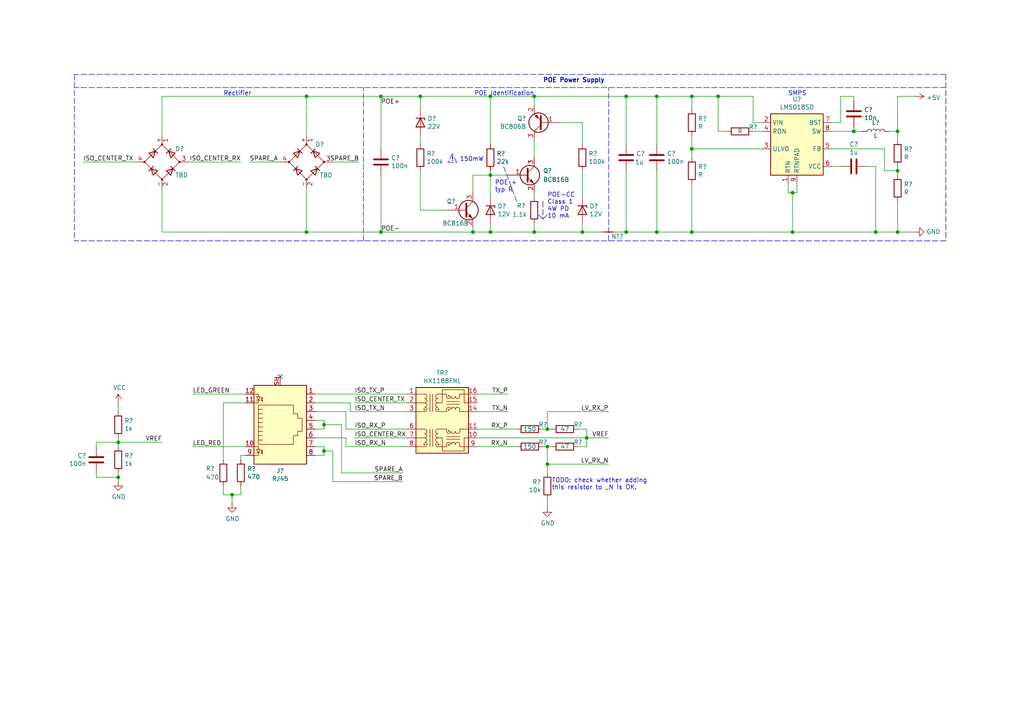
<source format=kicad_sch>
(kicad_sch (version 20211123) (generator eeschema)
  (paper "A4")
  (lib_symbols
    (symbol "Connector:RJ45_LED_Shielded" (pin_names (offset 1.016))
      (property "Reference" "J" (at -5.08 13.97 0))
      (property "Value" "RJ45_LED_Shielded" (at 1.27 13.97 0))
      (symbol "RJ45_LED_Shielded_0_1"
        (polyline (pts (xy -7.62 -7.62) (xy -6.35 -7.62)))
        (polyline (pts (xy -7.62 -5.08) (xy -6.35 -5.08)))
        (polyline (pts (xy -7.62 7.62) (xy -6.35 7.62)))
        (polyline (pts (xy -7.62 10.16) (xy -6.35 10.16)))
        (polyline (pts (xy -6.858 -5.842) (xy -5.842 -5.842)))
        (polyline (pts (xy -6.858 9.398) (xy -5.842 9.398)))
        (polyline (pts (xy -6.35 -7.62) (xy -6.35 -6.858)))
        (polyline (pts (xy -6.35 -5.08) (xy -6.35 -5.842)))
        (polyline (pts (xy -6.35 7.62) (xy -6.35 8.382)))
        (polyline (pts (xy -6.35 10.16) (xy -6.35 9.398)))
        (polyline (pts (xy -5.08 -6.223) (xy -5.207 -6.604)))
        (polyline (pts (xy -5.08 -5.588) (xy -5.207 -5.969)))
        (polyline (pts (xy -5.08 4.445) (xy -6.35 4.445)))
        (polyline (pts (xy -5.08 5.715) (xy -6.35 5.715)))
        (polyline (pts (xy -5.08 9.017) (xy -5.207 8.636)))
        (polyline (pts (xy -5.08 9.652) (xy -5.207 9.271)))
        (polyline (pts (xy -6.35 -3.175) (xy -5.08 -3.175) (xy -5.08 -3.175)))
        (polyline (pts (xy -6.35 -1.905) (xy -5.08 -1.905) (xy -5.08 -1.905)))
        (polyline (pts (xy -6.35 -0.635) (xy -5.08 -0.635) (xy -5.08 -0.635)))
        (polyline (pts (xy -6.35 0.635) (xy -5.08 0.635) (xy -5.08 0.635)))
        (polyline (pts (xy -6.35 1.905) (xy -5.08 1.905) (xy -5.08 1.905)))
        (polyline (pts (xy -5.588 -6.731) (xy -5.08 -6.223) (xy -5.461 -6.35)))
        (polyline (pts (xy -5.588 -6.096) (xy -5.08 -5.588) (xy -5.461 -5.715)))
        (polyline (pts (xy -5.588 8.509) (xy -5.08 9.017) (xy -5.461 8.89)))
        (polyline (pts (xy -5.588 9.144) (xy -5.08 9.652) (xy -5.461 9.525)))
        (polyline (pts (xy -5.08 3.175) (xy -6.35 3.175) (xy -6.35 3.175)))
        (polyline (pts (xy -6.35 -5.842) (xy -6.858 -6.858) (xy -5.842 -6.858) (xy -6.35 -5.842)))
        (polyline (pts (xy -6.35 9.398) (xy -6.858 8.382) (xy -5.842 8.382) (xy -6.35 9.398)))
        (polyline (pts (xy -6.35 -4.445) (xy -6.35 6.985) (xy 3.81 6.985) (xy 3.81 4.445) (xy 5.08 4.445) (xy 5.08 3.175) (xy 6.35 3.175) (xy 6.35 -0.635) (xy 5.08 -0.635) (xy 5.08 -1.905) (xy 3.81 -1.905) (xy 3.81 -4.445) (xy -6.35 -4.445) (xy -6.35 -4.445)))
        (rectangle (start 7.62 12.7) (end -7.62 -10.16) (stroke (width 0.254)) (fill (type background)))
      )
      (symbol "RJ45_LED_Shielded_1_1"
        (pin passive line (at 10.16 -7.62 180) (length 2.54) (name "~") (number "1"))
        (pin passive line (at -10.16 7.62 0) (length 2.54) (name "~") (number "10"))
        (pin passive line (at -10.16 -5.08 0) (length 2.54) (name "~") (number "11"))
        (pin passive line (at -10.16 -7.62 0) (length 2.54) (name "~") (number "12"))
        (pin passive line (at 10.16 -5.08 180) (length 2.54) (name "~") (number "2"))
        (pin passive line (at 10.16 -2.54 180) (length 2.54) (name "~") (number "3"))
        (pin passive line (at 10.16 0 180) (length 2.54) (name "~") (number "4"))
        (pin passive line (at 10.16 2.54 180) (length 2.54) (name "~") (number "5"))
        (pin passive line (at 10.16 5.08 180) (length 2.54) (name "~") (number "6"))
        (pin passive line (at 10.16 7.62 180) (length 2.54) (name "~") (number "7"))
        (pin passive line (at 10.16 10.16 180) (length 2.54) (name "~") (number "8"))
        (pin passive line (at -10.16 10.16 0) (length 2.54) (name "~") (number "9"))
        (pin passive line (at 0 -12.7 90) (length 2.54) (name "~") (number "SH"))
      )
    )
    (symbol "Device:C" (pin_numbers hide) (pin_names (offset 0.254))
      (property "Reference" "C" (at 0.635 2.54 0))
      (property "Value" "C" (at 0.635 -2.54 0))
      (symbol "C_0_1"
        (polyline (pts (xy -2.032 -0.762) (xy 2.032 -0.762)) (stroke (width 0.508)))
        (polyline (pts (xy -2.032 0.762) (xy 2.032 0.762)) (stroke (width 0.508)))
      )
      (symbol "C_1_1"
        (pin passive line (at 0 3.81 270) (length 2.794) (name "~") (number "1"))
        (pin passive line (at 0 -3.81 90) (length 2.794) (name "~") (number "2"))
      )
    )
    (symbol "Device:D_Bridge_+-AA" (pin_names (offset 0))
      (property "Reference" "D" (at 2.54 6.985 0))
      (property "Value" "D_Bridge_+-AA" (at 2.54 5.08 0))
      (symbol "D_Bridge_+-AA_0_1"
        (circle (center -5.08 0) (radius 0.254) (fill (type outline)))
        (circle (center 0 -5.08) (radius 0.254) (fill (type outline)))
        (polyline (pts (xy -2.54 3.81) (xy -1.27 2.54)) (stroke (width 0.254)))
        (polyline (pts (xy -1.27 -2.54) (xy -2.54 -3.81)) (stroke (width 0.254)))
        (polyline (pts (xy 2.54 -1.27) (xy 3.81 -2.54)) (stroke (width 0.254)))
        (polyline (pts (xy 2.54 1.27) (xy 3.81 2.54)) (stroke (width 0.254)))
        (polyline (pts (xy -3.81 2.54) (xy -2.54 1.27) (xy -1.905 3.175) (xy -3.81 2.54)) (stroke (width 0.254)))
        (polyline (pts (xy -2.54 -1.27) (xy -3.81 -2.54) (xy -1.905 -3.175) (xy -2.54 -1.27)) (stroke (width 0.254)))
        (polyline (pts (xy 1.27 2.54) (xy 2.54 3.81) (xy 3.175 1.905) (xy 1.27 2.54)) (stroke (width 0.254)))
        (polyline (pts (xy 3.175 -1.905) (xy 1.27 -2.54) (xy 2.54 -3.81) (xy 3.175 -1.905)) (stroke (width 0.254)))
        (polyline (pts (xy -5.08 0) (xy 0 -5.08) (xy 5.08 0) (xy 0 5.08) (xy -5.08 0)))
        (circle (center 0 5.08) (radius 0.254) (fill (type outline)))
        (circle (center 5.08 0) (radius 0.254) (fill (type outline)))
      )
      (symbol "D_Bridge_+-AA_1_1"
        (pin passive line (at 7.62 0 180) (length 2.54) (name "+") (number "1"))
        (pin passive line (at -7.62 0 0) (length 2.54) (name "-") (number "2"))
        (pin passive line (at 0 7.62 270) (length 2.54) (name "~") (number "3"))
        (pin passive line (at 0 -7.62 90) (length 2.54) (name "~") (number "4"))
      )
    )
    (symbol "Device:D_Zener" (pin_numbers hide) (pin_names (offset 1.016) hide)
      (property "Reference" "D" (at 0 2.54 0))
      (property "Value" "D_Zener" (at 0 -2.54 0))
      (symbol "D_Zener_0_1"
        (polyline (pts (xy 1.27 0) (xy -1.27 0)))
        (polyline (pts (xy -1.27 -1.27) (xy -1.27 1.27) (xy -0.762 1.27)) (stroke (width 0.254)))
        (polyline (pts (xy 1.27 -1.27) (xy 1.27 1.27) (xy -1.27 0) (xy 1.27 -1.27)) (stroke (width 0.254)))
      )
      (symbol "D_Zener_1_1"
        (pin passive line (at -3.81 0 0) (length 2.54) (name "K") (number "1"))
        (pin passive line (at 3.81 0 180) (length 2.54) (name "A") (number "2"))
      )
    )
    (symbol "Device:L" (pin_numbers hide) (pin_names (offset 1.016) hide)
      (property "Reference" "L" (at -1.27 0 90))
      (property "Value" "L" (at 1.905 0 90))
      (symbol "L_0_1"
        (arc (start 0 -2.54) (mid 0.635 -1.905) (end 0 -1.27))
        (arc (start 0 -1.27) (mid 0.635 -0.635) (end 0 0))
        (arc (start 0 0) (mid 0.635 0.635) (end 0 1.27))
        (arc (start 0 1.27) (mid 0.635 1.905) (end 0 2.54))
      )
      (symbol "L_1_1"
        (pin passive line (at 0 3.81 270) (length 1.27) (name "1") (number "1"))
        (pin passive line (at 0 -3.81 90) (length 1.27) (name "2") (number "2"))
      )
    )
    (symbol "Device:Net-Tie_2" (pin_numbers hide) (pin_names (offset 0) hide)
      (property "Reference" "NT" (at 0 1.27 0))
      (property "Value" "Device_Net-Tie_2" (at 0 -1.27 0))
      (symbol "Net-Tie_2_0_1"
        (polyline (pts (xy -1.27 0) (xy 1.27 0)) (stroke (width 0.254)))
      )
      (symbol "Net-Tie_2_1_1"
        (pin passive line (at -2.54 0 0) (length 2.54) (name "1") (number "1"))
        (pin passive line (at 2.54 0 180) (length 2.54) (name "2") (number "2"))
      )
    )
    (symbol "Device:Q_NPN_BEC" (pin_names (offset 0) hide)
      (property "Reference" "Q" (at 5.08 1.27 0))
      (property "Value" "Q_NPN_BEC" (at 5.08 -1.27 0))
      (symbol "Q_NPN_BEC_0_1"
        (polyline (pts (xy 0.635 0.635) (xy 2.54 2.54)))
        (polyline (pts (xy 0.635 -0.635) (xy 2.54 -2.54) (xy 2.54 -2.54)))
        (polyline (pts (xy 0.635 1.905) (xy 0.635 -1.905) (xy 0.635 -1.905)) (stroke (width 0.508)))
        (polyline (pts (xy 1.27 -1.778) (xy 1.778 -1.27) (xy 2.286 -2.286) (xy 1.27 -1.778) (xy 1.27 -1.778)) (fill (type outline)))
        (circle (center 1.27 0) (radius 2.8194) (stroke (width 0.254)))
      )
      (symbol "Q_NPN_BEC_1_1"
        (pin input line (at -5.08 0 0) (length 5.715) (name "B") (number "1"))
        (pin passive line (at 2.54 -5.08 90) (length 2.54) (name "E") (number "2"))
        (pin passive line (at 2.54 5.08 270) (length 2.54) (name "C") (number "3"))
      )
    )
    (symbol "Device:Q_PNP_BEC" (pin_names (offset 0) hide)
      (property "Reference" "Q" (at 5.08 1.27 0))
      (property "Value" "Q_PNP_BEC" (at 5.08 -1.27 0))
      (symbol "Q_PNP_BEC_0_1"
        (polyline (pts (xy 0.635 0.635) (xy 2.54 2.54)))
        (polyline (pts (xy 0.635 -0.635) (xy 2.54 -2.54) (xy 2.54 -2.54)))
        (polyline (pts (xy 0.635 1.905) (xy 0.635 -1.905) (xy 0.635 -1.905)) (stroke (width 0.508)))
        (polyline (pts (xy 2.286 -1.778) (xy 1.778 -2.286) (xy 1.27 -1.27) (xy 2.286 -1.778) (xy 2.286 -1.778)) (fill (type outline)))
        (circle (center 1.27 0) (radius 2.8194) (stroke (width 0.254)))
      )
      (symbol "Q_PNP_BEC_1_1"
        (pin input line (at -5.08 0 0) (length 5.715) (name "B") (number "1"))
        (pin passive line (at 2.54 -5.08 90) (length 2.54) (name "E") (number "2"))
        (pin passive line (at 2.54 5.08 270) (length 2.54) (name "C") (number "3"))
      )
    )
    (symbol "Device:R" (pin_numbers hide) (pin_names (offset 0))
      (property "Reference" "R" (at 2.032 0 90))
      (property "Value" "R" (at 0 0 90))
      (symbol "R_0_1"
        (rectangle (start -1.016 -2.54) (end 1.016 2.54) (stroke (width 0.254)))
      )
      (symbol "R_1_1"
        (pin passive line (at 0 3.81 270) (length 1.27) (name "~") (number "1"))
        (pin passive line (at 0 -3.81 90) (length 1.27) (name "~") (number "2"))
      )
    )
    (symbol "Regulator_Switching:LM5017SD"
      (property "Reference" "U" (at -7.62 8.89 0))
      (property "Value" "LM5017SD" (at 0 8.89 0))
      (symbol "LM5017SD_0_1"
        (rectangle (start -7.62 7.62) (end 7.62 -10.16) (stroke (width 0.254)) (fill (type background)))
      )
      (symbol "LM5017SD_1_1"
        (pin power_in line (at -2.54 -12.7 90) (length 2.54) (name "RTN") (number "1"))
        (pin power_in line (at -10.16 5.08 0) (length 2.54) (name "VIN") (number "2"))
        (pin input line (at -10.16 -2.54 0) (length 2.54) (name "ULVO") (number "3"))
        (pin input line (at -10.16 2.54 0) (length 2.54) (name "RON") (number "4"))
        (pin input line (at 10.16 -2.54 180) (length 2.54) (name "FB") (number "5"))
        (pin output line (at 10.16 -7.62 180) (length 2.54) (name "VCC") (number "6"))
        (pin input line (at 10.16 5.08 180) (length 2.54) (name "BST") (number "7"))
        (pin output line (at 10.16 2.54 180) (length 2.54) (name "SW") (number "8"))
        (pin power_in line (at 0 -12.7 90) (length 2.54) (name "RTNPAD") (number "9"))
      )
    )
    (symbol "Transformer:PT61017PEL" (pin_names hide)
      (property "Reference" "TR" (at 0 10.795 0))
      (property "Value" "PT61017PEL" (at 0 -10.795 0))
      (symbol "PT61017PEL_0_1"
        (rectangle (start -7.62 9.525) (end 7.62 -9.525) (stroke (width 0.254)) (fill (type background)))
        (circle (center -5.207 6.985) (radius 0.1778))
        (arc (start -5.08 6.35) (mid -4.445 6.985) (end -5.08 7.62))
        (polyline (pts (xy -5.08 2.54) (xy -7.62 2.54)))
        (polyline (pts (xy -5.08 5.08) (xy -7.62 5.08)))
        (polyline (pts (xy -5.08 7.62) (xy -7.62 7.62)))
        (polyline (pts (xy -3.556 -2.54) (xy -3.556 -7.62)))
        (polyline (pts (xy -3.556 2.54) (xy -3.556 7.62)))
        (polyline (pts (xy -2.794 -7.62) (xy -2.794 -2.54)))
        (polyline (pts (xy -2.794 7.62) (xy -2.794 2.54)))
        (polyline (pts (xy 1.27 4.699) (xy 5.08 4.699)))
        (polyline (pts (xy 1.27 5.461) (xy 5.08 5.461)))
        (polyline (pts (xy -1.27 2.54) (xy 1.27 2.54) (xy 1.27 3.175)))
        (polyline (pts (xy 1.27 6.985) (xy 1.27 7.62) (xy -1.27 7.62)))
        (polyline (pts (xy 5.08 3.175) (xy 5.08 2.54) (xy 7.62 2.54)))
        (polyline (pts (xy 5.08 6.985) (xy 5.08 7.62) (xy 7.62 7.62)))
        (polyline (pts (xy -1.27 5.08) (xy 0 5.08) (xy 0 8.89) (xy 6.35 8.89) (xy 6.35 5.08) (xy 7.62 5.08)))
      )
      (symbol "PT61017PEL_1_1"
        (circle (center -5.207 -3.175) (radius 0.1778))
        (arc (start -5.08 -7.62) (mid -4.445 -6.985) (end -5.08 -6.35))
        (arc (start -5.08 -6.35) (mid -4.445 -5.715) (end -5.08 -5.08))
        (arc (start -5.08 -5.08) (mid -4.445 -4.445) (end -5.08 -3.81))
        (arc (start -5.08 -3.81) (mid -4.445 -3.175) (end -5.08 -2.54))
        (arc (start -5.08 2.54) (mid -4.445 3.175) (end -5.08 3.81))
        (arc (start -5.08 3.81) (mid -4.445 4.445) (end -5.08 5.08))
        (arc (start -5.08 5.08) (mid -4.445 5.715) (end -5.08 6.35))
        (arc (start -1.27 -6.35) (mid -1.905 -6.985) (end -1.27 -7.62))
        (arc (start -1.27 -5.08) (mid -1.905 -5.715) (end -1.27 -6.35))
        (arc (start -1.27 -3.81) (mid -1.905 -4.445) (end -1.27 -5.08))
        (arc (start -1.27 -2.54) (mid -1.905 -3.175) (end -1.27 -3.81))
        (arc (start -1.27 3.81) (mid -1.905 3.175) (end -1.27 2.54))
        (arc (start -1.27 5.08) (mid -1.905 4.445) (end -1.27 3.81))
        (arc (start -1.27 6.35) (mid -1.905 5.715) (end -1.27 5.08))
        (arc (start -1.27 7.62) (mid -1.905 6.985) (end -1.27 6.35))
        (circle (center -1.143 -3.175) (radius 0.1778))
        (circle (center -1.143 6.985) (radius 0.1778))
        (polyline (pts (xy -5.08 -7.62) (xy -7.62 -7.62)))
        (polyline (pts (xy -5.08 -5.08) (xy -7.62 -5.08)))
        (polyline (pts (xy -5.08 -2.54) (xy -7.62 -2.54)))
        (polyline (pts (xy 1.27 -5.461) (xy 5.08 -5.461)))
        (polyline (pts (xy 1.27 -4.699) (xy 5.08 -4.699)))
        (polyline (pts (xy -1.27 -7.62) (xy 1.27 -7.62) (xy 1.27 -6.985)))
        (polyline (pts (xy 1.27 -3.175) (xy 1.27 -2.54) (xy -1.27 -2.54)))
        (polyline (pts (xy 5.08 -6.985) (xy 5.08 -7.62) (xy 7.62 -7.62)))
        (polyline (pts (xy 5.08 -3.175) (xy 5.08 -2.54) (xy 7.62 -2.54)))
        (polyline (pts (xy 7.62 -5.08) (xy 6.35 -5.08) (xy 6.35 -8.89) (xy 0 -8.89) (xy 0 -5.08) (xy -1.27 -5.08)))
        (arc (start 1.27 -3.175) (mid 1.905 -3.81) (end 2.54 -3.175))
        (arc (start 1.27 6.985) (mid 1.905 6.35) (end 2.54 6.985))
        (circle (center 1.905 -7.112) (radius 0.1778))
        (circle (center 1.905 -3.048) (radius 0.1778))
        (circle (center 1.905 3.048) (radius 0.1778))
        (circle (center 1.905 7.112) (radius 0.1778))
        (arc (start 2.54 -6.985) (mid 1.905 -6.35) (end 1.27 -6.985))
        (arc (start 2.54 -3.175) (mid 3.175 -3.81) (end 3.81 -3.175))
        (arc (start 2.54 3.175) (mid 1.905 3.81) (end 1.27 3.175))
        (arc (start 2.54 6.985) (mid 3.175 6.35) (end 3.81 6.985))
        (arc (start 3.81 -6.985) (mid 3.175 -6.35) (end 2.54 -6.985))
        (arc (start 3.81 -3.175) (mid 4.445 -3.81) (end 5.08 -3.175))
        (arc (start 3.81 3.175) (mid 3.175 3.81) (end 2.54 3.175))
        (arc (start 3.81 6.985) (mid 4.445 6.35) (end 5.08 6.985))
        (arc (start 5.08 -6.985) (mid 4.445 -6.35) (end 3.81 -6.985))
        (arc (start 5.08 3.175) (mid 4.445 3.81) (end 3.81 3.175))
        (pin passive line (at -10.16 -7.62 0) (length 2.54) (name "TD+") (number "1"))
        (pin passive line (at 10.16 5.08 180) (length 2.54) (name "C_RX") (number "10"))
        (pin passive line (at 10.16 2.54 180) (length 2.54) (name "RX+") (number "11"))
        (pin passive line (at 10.16 -2.54 180) (length 2.54) (name "TX-") (number "14"))
        (pin passive line (at 10.16 -5.08 180) (length 2.54) (name "C_TX") (number "15"))
        (pin passive line (at 10.16 -7.62 180) (length 2.54) (name "TX+") (number "16"))
        (pin passive line (at -10.16 -5.08 0) (length 2.54) (name "C_TD") (number "2"))
        (pin passive line (at -10.16 -2.54 0) (length 2.54) (name "TD-") (number "3"))
        (pin passive line (at -10.16 2.54 0) (length 2.54) (name "RD+") (number "6"))
        (pin passive line (at -10.16 5.08 0) (length 2.54) (name "C_RD") (number "7"))
        (pin passive line (at -10.16 7.62 0) (length 2.54) (name "RD-") (number "8"))
        (pin passive line (at 10.16 7.62 180) (length 2.54) (name "RX-") (number "9"))
      )
    )
    (symbol "power:+5V" (power) (pin_names (offset 0))
      (property "Value" "+5V" (at 0 3.556 0))
      (symbol "+5V_0_1"
        (polyline (pts (xy -0.762 1.27) (xy 0 2.54)))
        (polyline (pts (xy 0 0) (xy 0 2.54)))
        (polyline (pts (xy 0 2.54) (xy 0.762 1.27)))
      )
      (symbol "+5V_1_1"
        (pin power_in line (at 0 0 90) (length 0) hide (name "+5V") (number "1"))
      )
    )
    (symbol "power:GND" (power) (pin_names (offset 0))
      (property "Value" "GND" (at 0 -3.81 0))
      (symbol "GND_0_1"
        (polyline (pts (xy 0 0) (xy 0 -1.27) (xy 1.27 -1.27) (xy 0 -2.54) (xy -1.27 -1.27) (xy 0 -1.27)))
      )
      (symbol "GND_1_1"
        (pin power_in line (at 0 0 270) (length 0) hide (name "GND") (number "1"))
      )
    )
    (symbol "power:VCC" (power) (pin_names (offset 0))
      (property "Value" "VCC" (at 0 3.81 0))
      (symbol "VCC_0_1"
        (polyline (pts (xy -0.762 1.27) (xy 0 2.54)))
        (polyline (pts (xy 0 0) (xy 0 2.54)))
        (polyline (pts (xy 0 2.54) (xy 0.762 1.27)))
      )
      (symbol "VCC_1_1"
        (pin power_in line (at 0 0 90) (length 0) hide (name "VCC") (number "1"))
      )
    )
  )
  (junction (at 34.29 138.43))
  (junction (at 260.35 38.1))
  (junction (at 142.24 50.8))
  (junction (at 200.66 67.31))
  (junction (at 168.91 67.31))
  (junction (at 190.5 27.94))
  (junction (at 158.75 124.46))
  (junction (at 93.98 123.19))
  (junction (at 34.29 128.27))
  (junction (at 170.18 127))
  (junction (at 110.49 27.94))
  (junction (at 154.94 67.31))
  (junction (at 208.28 27.94))
  (junction (at 200.66 43.18))
  (junction (at 260.35 49.53))
  (junction (at 110.49 67.31))
  (junction (at 67.31 143.51))
  (junction (at 88.9 67.31))
  (junction (at 247.65 38.1))
  (junction (at 142.24 67.31))
  (junction (at 190.5 67.31))
  (junction (at 229.87 55.88))
  (junction (at 93.98 130.81))
  (junction (at 158.75 129.54))
  (junction (at 181.61 27.94))
  (junction (at 158.75 134.62))
  (junction (at 137.16 67.31))
  (junction (at 121.92 27.94))
  (junction (at 254 67.31))
  (junction (at 88.9 27.94))
  (junction (at 181.61 67.31))
  (junction (at 229.87 67.31))
  (junction (at 200.66 27.94))
  (junction (at 260.35 67.31))
  (junction (at 142.24 27.94))
  (junction (at 154.94 27.94))
  (no_connect (at 81.28 109.22))
  (wire (pts (xy 241.3 35.56) (xy 243.84 35.56)))
  (wire (pts (xy 110.49 43.18) (xy 110.49 27.94)))
  (wire (pts (xy 100.33 119.38) (xy 100.33 124.46)))
  (wire (pts (xy 158.75 134.62) (xy 176.53 134.62)))
  (wire (pts (xy 102.87 127) (xy 118.11 127)))
  (wire (pts (xy 69.85 132.08) (xy 71.12 132.08)))
  (polyline (pts (xy 176.53 69.85) (xy 176.53 25.4)))
  (wire (pts (xy 243.84 48.26) (xy 241.3 48.26)))
  (polyline (pts (xy 157.48 63.5) (xy 158.75 62.23)))
  (wire (pts (xy 55.88 114.3) (xy 71.12 114.3)))
  (wire (pts (xy 231.14 55.88) (xy 231.14 53.34)))
  (wire (pts (xy 154.94 27.94) (xy 181.61 27.94)))
  (wire (pts (xy 88.9 67.31) (xy 88.9 54.61)))
  (polyline (pts (xy 274.32 21.59) (xy 274.32 69.85)))
  (wire (pts (xy 168.91 67.31) (xy 173.99 67.31)))
  (polyline (pts (xy 157.48 63.5) (xy 156.21 62.23)))
  (wire (pts (xy 250.19 38.1) (xy 247.65 38.1)))
  (wire (pts (xy 64.77 116.84) (xy 71.12 116.84)))
  (wire (pts (xy 93.98 123.19) (xy 99.06 123.19)))
  (wire (pts (xy 27.94 138.43) (xy 34.29 138.43)))
  (wire (pts (xy 176.53 127) (xy 170.18 127)))
  (wire (pts (xy 91.44 129.54) (xy 93.98 129.54)))
  (wire (pts (xy 158.75 119.38) (xy 176.53 119.38)))
  (wire (pts (xy 137.16 50.8) (xy 142.24 50.8)))
  (wire (pts (xy 67.31 143.51) (xy 67.31 146.05)))
  (wire (pts (xy 93.98 132.08) (xy 91.44 132.08)))
  (wire (pts (xy 181.61 49.53) (xy 181.61 67.31)))
  (wire (pts (xy 170.18 127) (xy 170.18 124.46)))
  (wire (pts (xy 27.94 137.16) (xy 27.94 138.43)))
  (wire (pts (xy 208.28 38.1) (xy 210.82 38.1)))
  (polyline (pts (xy 149.86 58.42) (xy 146.05 48.26)))
  (wire (pts (xy 260.35 49.53) (xy 260.35 48.26)))
  (wire (pts (xy 137.16 55.88) (xy 137.16 50.8)))
  (wire (pts (xy 46.99 67.31) (xy 88.9 67.31)))
  (wire (pts (xy 64.77 133.35) (xy 64.77 116.84)))
  (wire (pts (xy 247.65 27.94) (xy 247.65 29.21)))
  (wire (pts (xy 138.43 127) (xy 170.18 127)))
  (wire (pts (xy 154.94 55.88) (xy 154.94 57.15)))
  (wire (pts (xy 104.14 46.99) (xy 96.52 46.99)))
  (polyline (pts (xy 157.48 58.42) (xy 157.48 63.5)))
  (wire (pts (xy 158.75 129.54) (xy 158.75 134.62)))
  (wire (pts (xy 229.87 55.88) (xy 229.87 67.31)))
  (wire (pts (xy 110.49 27.94) (xy 121.92 27.94)))
  (wire (pts (xy 142.24 57.15) (xy 142.24 50.8)))
  (wire (pts (xy 168.91 64.77) (xy 168.91 67.31)))
  (wire (pts (xy 34.29 129.54) (xy 34.29 128.27)))
  (wire (pts (xy 265.43 67.31) (xy 260.35 67.31)))
  (wire (pts (xy 93.98 123.19) (xy 93.98 124.46)))
  (polyline (pts (xy 274.32 21.59) (xy 21.59 21.59)))
  (wire (pts (xy 190.5 49.53) (xy 190.5 67.31)))
  (wire (pts (xy 34.29 137.16) (xy 34.29 138.43)))
  (wire (pts (xy 260.35 40.64) (xy 260.35 38.1)))
  (wire (pts (xy 100.33 129.54) (xy 118.11 129.54)))
  (wire (pts (xy 158.75 124.46) (xy 158.75 119.38)))
  (wire (pts (xy 34.29 138.43) (xy 34.29 139.7)))
  (wire (pts (xy 99.06 123.19) (xy 99.06 137.16)))
  (wire (pts (xy 190.5 27.94) (xy 200.66 27.94)))
  (wire (pts (xy 256.54 43.18) (xy 256.54 49.53)))
  (wire (pts (xy 168.91 49.53) (xy 168.91 57.15)))
  (wire (pts (xy 100.33 127) (xy 100.33 129.54)))
  (wire (pts (xy 251.46 48.26) (xy 254 48.26)))
  (wire (pts (xy 88.9 27.94) (xy 110.49 27.94)))
  (wire (pts (xy 208.28 27.94) (xy 218.44 27.94)))
  (wire (pts (xy 72.39 46.99) (xy 81.28 46.99)))
  (wire (pts (xy 218.44 38.1) (xy 220.98 38.1)))
  (polyline (pts (xy 132.461 47.117) (xy 131.191 44.577)))
  (wire (pts (xy 256.54 49.53) (xy 260.35 49.53)))
  (wire (pts (xy 110.49 50.8) (xy 110.49 67.31)))
  (wire (pts (xy 24.13 46.99) (xy 39.37 46.99)))
  (wire (pts (xy 157.48 124.46) (xy 158.75 124.46)))
  (wire (pts (xy 154.94 30.48) (xy 154.94 27.94)))
  (wire (pts (xy 101.6 119.38) (xy 118.11 119.38)))
  (polyline (pts (xy 274.32 69.85) (xy 21.59 69.85)))
  (wire (pts (xy 265.43 27.94) (xy 260.35 27.94)))
  (wire (pts (xy 190.5 67.31) (xy 200.66 67.31)))
  (wire (pts (xy 93.98 130.81) (xy 96.52 130.81)))
  (wire (pts (xy 142.24 27.94) (xy 142.24 41.91)))
  (wire (pts (xy 96.52 130.81) (xy 96.52 139.7)))
  (wire (pts (xy 93.98 130.81) (xy 93.98 132.08)))
  (wire (pts (xy 121.92 27.94) (xy 142.24 27.94)))
  (wire (pts (xy 260.35 38.1) (xy 260.35 27.94)))
  (wire (pts (xy 179.07 67.31) (xy 181.61 67.31)))
  (wire (pts (xy 91.44 119.38) (xy 100.33 119.38)))
  (wire (pts (xy 99.06 137.16) (xy 116.84 137.16)))
  (wire (pts (xy 34.29 128.27) (xy 46.99 128.27)))
  (wire (pts (xy 110.49 67.31) (xy 137.16 67.31)))
  (wire (pts (xy 91.44 114.3) (xy 118.11 114.3)))
  (wire (pts (xy 181.61 27.94) (xy 181.61 41.91)))
  (wire (pts (xy 138.43 114.3) (xy 147.32 114.3)))
  (wire (pts (xy 247.65 38.1) (xy 241.3 38.1)))
  (wire (pts (xy 46.99 54.61) (xy 46.99 67.31)))
  (wire (pts (xy 118.11 116.84) (xy 102.87 116.84)))
  (wire (pts (xy 260.35 38.1) (xy 257.81 38.1)))
  (wire (pts (xy 154.94 67.31) (xy 168.91 67.31)))
  (wire (pts (xy 101.6 116.84) (xy 101.6 119.38)))
  (wire (pts (xy 121.92 31.75) (xy 121.92 27.94)))
  (wire (pts (xy 181.61 27.94) (xy 190.5 27.94)))
  (wire (pts (xy 138.43 129.54) (xy 149.86 129.54)))
  (wire (pts (xy 229.87 67.31) (xy 254 67.31)))
  (wire (pts (xy 137.16 66.04) (xy 137.16 67.31)))
  (wire (pts (xy 158.75 144.78) (xy 158.75 147.32)))
  (wire (pts (xy 142.24 49.53) (xy 142.24 50.8)))
  (wire (pts (xy 218.44 27.94) (xy 218.44 35.56)))
  (wire (pts (xy 158.75 137.16) (xy 158.75 134.62)))
  (wire (pts (xy 64.77 143.51) (xy 67.31 143.51)))
  (wire (pts (xy 142.24 67.31) (xy 154.94 67.31)))
  (wire (pts (xy 27.94 129.54) (xy 27.94 128.27)))
  (wire (pts (xy 142.24 27.94) (xy 154.94 27.94)))
  (wire (pts (xy 220.98 43.18) (xy 200.66 43.18)))
  (wire (pts (xy 121.92 60.96) (xy 129.54 60.96)))
  (wire (pts (xy 208.28 27.94) (xy 208.28 38.1)))
  (wire (pts (xy 27.94 128.27) (xy 34.29 128.27)))
  (wire (pts (xy 121.92 49.53) (xy 121.92 60.96)))
  (wire (pts (xy 200.66 67.31) (xy 229.87 67.31)))
  (wire (pts (xy 67.31 143.51) (xy 69.85 143.51)))
  (polyline (pts (xy 21.59 21.59) (xy 21.59 69.85)))
  (wire (pts (xy 170.18 127) (xy 170.18 129.54)))
  (wire (pts (xy 200.66 27.94) (xy 208.28 27.94)))
  (wire (pts (xy 260.35 50.8) (xy 260.35 49.53)))
  (wire (pts (xy 121.92 39.37) (xy 121.92 41.91)))
  (polyline (pts (xy 131.191 44.577) (xy 129.921 47.117)))
  (wire (pts (xy 157.48 129.54) (xy 158.75 129.54)))
  (wire (pts (xy 142.24 50.8) (xy 147.32 50.8)))
  (wire (pts (xy 91.44 127) (xy 100.33 127)))
  (wire (pts (xy 218.44 35.56) (xy 220.98 35.56)))
  (wire (pts (xy 158.75 124.46) (xy 160.02 124.46)))
  (wire (pts (xy 167.64 129.54) (xy 170.18 129.54)))
  (wire (pts (xy 64.77 140.97) (xy 64.77 143.51)))
  (wire (pts (xy 200.66 43.18) (xy 200.66 39.37)))
  (wire (pts (xy 93.98 121.92) (xy 93.98 123.19)))
  (wire (pts (xy 254 48.26) (xy 254 67.31)))
  (wire (pts (xy 93.98 129.54) (xy 93.98 130.81)))
  (wire (pts (xy 168.91 35.56) (xy 162.56 35.56)))
  (wire (pts (xy 138.43 124.46) (xy 149.86 124.46)))
  (wire (pts (xy 228.6 55.88) (xy 229.87 55.88)))
  (wire (pts (xy 88.9 27.94) (xy 88.9 39.37)))
  (polyline (pts (xy 105.41 69.85) (xy 105.41 25.4)))
  (wire (pts (xy 200.66 43.18) (xy 200.66 45.72)))
  (wire (pts (xy 91.44 121.92) (xy 93.98 121.92)))
  (wire (pts (xy 91.44 116.84) (xy 101.6 116.84)))
  (wire (pts (xy 247.65 36.83) (xy 247.65 38.1)))
  (wire (pts (xy 100.33 124.46) (xy 118.11 124.46)))
  (wire (pts (xy 138.43 119.38) (xy 147.32 119.38)))
  (wire (pts (xy 200.66 31.75) (xy 200.66 27.94)))
  (wire (pts (xy 137.16 67.31) (xy 142.24 67.31)))
  (wire (pts (xy 88.9 67.31) (xy 110.49 67.31)))
  (wire (pts (xy 190.5 27.94) (xy 190.5 41.91)))
  (wire (pts (xy 55.88 129.54) (xy 71.12 129.54)))
  (wire (pts (xy 254 67.31) (xy 260.35 67.31)))
  (wire (pts (xy 54.61 46.99) (xy 69.85 46.99)))
  (wire (pts (xy 34.29 116.84) (xy 34.29 119.38)))
  (wire (pts (xy 154.94 64.77) (xy 154.94 67.31)))
  (wire (pts (xy 158.75 129.54) (xy 160.02 129.54)))
  (wire (pts (xy 46.99 27.94) (xy 88.9 27.94)))
  (wire (pts (xy 243.84 35.56) (xy 243.84 27.94)))
  (wire (pts (xy 93.98 124.46) (xy 91.44 124.46)))
  (wire (pts (xy 46.99 39.37) (xy 46.99 27.94)))
  (wire (pts (xy 142.24 64.77) (xy 142.24 67.31)))
  (wire (pts (xy 260.35 67.31) (xy 260.35 58.42)))
  (wire (pts (xy 229.87 55.88) (xy 231.14 55.88)))
  (wire (pts (xy 228.6 53.34) (xy 228.6 55.88)))
  (wire (pts (xy 168.91 41.91) (xy 168.91 35.56)))
  (wire (pts (xy 69.85 133.35) (xy 69.85 132.08)))
  (wire (pts (xy 241.3 43.18) (xy 256.54 43.18)))
  (polyline (pts (xy 129.921 47.117) (xy 132.461 47.117)))
  (wire (pts (xy 167.64 124.46) (xy 170.18 124.46)))
  (wire (pts (xy 69.85 143.51) (xy 69.85 140.97)))
  (wire (pts (xy 96.52 139.7) (xy 116.84 139.7)))
  (wire (pts (xy 243.84 27.94) (xy 247.65 27.94)))
  (wire (pts (xy 154.94 40.64) (xy 154.94 45.72)))
  (wire (pts (xy 181.61 67.31) (xy 190.5 67.31)))
  (wire (pts (xy 34.29 128.27) (xy 34.29 127)))
  (polyline (pts (xy 274.32 25.4) (xy 21.59 25.4)))
  (wire (pts (xy 200.66 53.34) (xy 200.66 67.31)))
  (text "!  150mW" (at 130.81 46.99 0) (effects (font (size 1.27 1.27)) (justify left bottom)))
  (text "POE-CC\nClass 1\n4W PD\n10 mA" (at 158.75 63.5 0) (effects (font (size 1.27 1.27)) (justify left bottom)))
  (text "POE Power Supply" (at 157.48 24.13 0) (effects (font (size 1.27 1.27) (thickness 0.254) bold) (justify left bottom)))
  (text "POE Identification" (at 154.94 27.94 180) (effects (font (size 1.27 1.27)) (justify right bottom)))
  (text "POE +\ntyp R" (at 143.51 55.88 0) (effects (font (size 1.27 1.27)) (justify left bottom)))
  (text "TODO: check whether adding\nthis resistor to _N is OK." (at 160.02 142.24 0) (effects (font (size 1.27 1.27)) (justify left bottom)))
  (text "SMPS" (at 228.6 27.94 0) (effects (font (size 1.27 1.27)) (justify left bottom)))
  (text "Rectifier" (at 64.77 27.94 0) (effects (font (size 1.27 1.27)) (justify left bottom)))
  (label "SPARE_A" (at 72.39 46.99 0))
  (label "LV_RX_P" (at 176.53 119.38 180))
  (label "TX_P" (at 147.32 114.3 180))
  (label "ISO_CENTER_RX" (at 102.87 127 0))
  (label "ISO_RX_N" (at 102.87 129.54 0))
  (label "ISO_CENTER_TX" (at 24.13 46.99 0))
  (label "SPARE_B" (at 116.84 139.7 180))
  (label "ISO_TX_P" (at 102.87 114.3 0))
  (label "SPARE_B" (at 104.14 46.99 180))
  (label "LED_GREEN" (at 55.88 114.3 0))
  (label "VREF" (at 46.99 128.27 180))
  (label "ISO_CENTER_RX" (at 69.85 46.99 180))
  (label "VREF" (at 176.53 127 180))
  (label "RX_P" (at 147.32 124.46 180))
  (label "LED_RED" (at 55.88 129.54 0))
  (label "ISO_CENTER_TX" (at 102.87 116.84 0))
  (label "TX_N" (at 147.32 119.38 180))
  (label "LV_RX_N" (at 176.53 134.62 180))
  (label "SPARE_A" (at 116.84 137.16 180))
  (label "POE-" (at 110.49 67.31 0))
  (label "ISO_TX_N" (at 102.87 119.38 0))
  (label "POE+" (at 110.49 30.48 0))
  (label "ISO_RX_P" (at 102.87 124.46 0))
  (label "RX_N" (at 147.32 129.54 180))
  (symbol (lib_id "Device:R") (at 142.24 45.72 0) (unit 1)
    (property "Reference" "R?" (at 144.018 44.5516 0) (effects (justify left)))
    (property "Value" "22k" (at 144.018 46.863 0) (effects (justify left)))
  )
  (symbol (lib_id "Device:R") (at 154.94 60.96 0) (unit 1)
    (property "Reference" "R?" (at 149.86 59.69 0) (effects (justify left)))
    (property "Value" "1.1k" (at 148.59 62.23 0) (effects (justify left)))
  )
  (symbol (lib_id "Transformer:PT61017PEL") (at 128.27 121.92 0) (mirror x) (unit 1)
    (property "Reference" "TR?" (at 128.27 108.1532 0))
    (property "Value" "HX1188FNL" (at 128.27 110.4646 0))
    (property "Footprint" "Transformer_SMD:Transformer_Ethernet_Bourns_PT61017PEL" (effects hide))
    (property "Datasheet" "https://www.bourns.com/docs/Product-Datasheets/PT61017PEL.pdf" (effects hide))
  )
  (symbol (lib_id "Device:D_Bridge_+-AA") (at 88.9 46.99 270) (mirror x) (unit 1)
    (property "Reference" "D?" (at 91.44 41.91 90) (effects (justify left)))
    (property "Value" "TBD" (at 92.71 50.8 90) (effects (justify left)))
  )
  (symbol (lib_id "Device:Q_NPN_BEC") (at 152.4 50.8 0) (unit 1)
    (property "Reference" "Q?" (at 157.48 49.53 0) (effects (justify left)))
    (property "Value" "BC816B" (at 157.48 52.07 0) (effects (justify left)))
  )
  (symbol (lib_id "Connector:RJ45_LED_Shielded") (at 81.28 121.92 0) (mirror x) (unit 1)
    (property "Reference" "J?" (at 81.28 136.525 0))
    (property "Value" "RJ45" (at 81.28 138.8364 0))
  )
  (symbol (lib_id "Device:D_Zener") (at 121.92 35.56 270) (unit 1)
    (property "Reference" "D?" (at 123.952 34.3916 90) (effects (justify left)))
    (property "Value" "22V" (at 123.952 36.703 90) (effects (justify left)))
  )
  (symbol (lib_id "Device:R") (at 34.29 123.19 0) (unit 1)
    (property "Reference" "R?" (at 36.068 122.0216 0) (effects (justify left)))
    (property "Value" "1k" (at 36.068 124.333 0) (effects (justify left)))
  )
  (symbol (lib_id "Device:R") (at 34.29 133.35 0) (unit 1)
    (property "Reference" "R?" (at 36.068 132.1816 0) (effects (justify left)))
    (property "Value" "1k" (at 36.068 134.493 0) (effects (justify left)))
  )
  (symbol (lib_id "power:VCC") (at 34.29 116.84 0) (unit 1)
    (property "Reference" "#PWR?" (effects hide))
    (property "Value" "VCC" (at 34.671 112.4458 0))
  )
  (symbol (lib_id "power:GND") (at 34.29 139.7 0) (unit 1)
    (property "Reference" "#PWR?" (effects hide))
    (property "Value" "GND" (at 34.417 144.0942 0))
  )
  (symbol (lib_id "Device:D_Zener") (at 142.24 60.96 270) (unit 1)
    (property "Reference" "D?" (at 144.272 59.7916 90) (effects (justify left)))
    (property "Value" "12V" (at 144.272 62.103 90) (effects (justify left)))
  )
  (symbol (lib_id "Device:R") (at 168.91 45.72 0) (unit 1)
    (property "Reference" "R?" (at 170.688 44.5516 0) (effects (justify left)))
    (property "Value" "100k" (at 170.688 46.863 0) (effects (justify left)))
  )
  (symbol (lib_id "Device:D_Zener") (at 168.91 60.96 270) (unit 1)
    (property "Reference" "D?" (at 170.942 59.7916 90) (effects (justify left)))
    (property "Value" "12V" (at 170.942 62.103 90) (effects (justify left)))
  )
  (symbol (lib_id "Device:Q_PNP_BEC") (at 157.48 35.56 180) (unit 1)
    (property "Reference" "Q?" (at 152.6286 34.3916 0) (effects (justify left)))
    (property "Value" "BC806B" (at 152.6286 36.703 0) (effects (justify left)))
  )
  (symbol (lib_id "Device:D_Bridge_+-AA") (at 46.99 46.99 270) (mirror x) (unit 1)
    (property "Reference" "D?" (at 50.8 43.18 90) (effects (justify left)))
    (property "Value" "TBD" (at 50.8 50.8 90) (effects (justify left)))
  )
  (symbol (lib_id "Device:R") (at 153.67 124.46 270) (unit 1)
    (property "Reference" "R?" (at 157.48 123.19 90))
    (property "Value" "150" (at 153.67 124.46 90))
  )
  (symbol (lib_id "Device:R") (at 163.83 124.46 270) (unit 1)
    (property "Reference" "R?" (at 167.64 123.19 90))
    (property "Value" "47" (at 163.83 124.46 90))
  )
  (symbol (lib_id "Device:R") (at 163.83 129.54 270) (mirror x) (unit 1)
    (property "Reference" "R?" (at 167.64 128.27 90))
    (property "Value" "47" (at 163.83 129.54 90))
  )
  (symbol (lib_id "Device:R") (at 153.67 129.54 270) (mirror x) (unit 1)
    (property "Reference" "R?" (at 157.48 128.27 90))
    (property "Value" "150" (at 153.67 129.54 90))
  )
  (symbol (lib_id "Device:R") (at 158.75 140.97 0) (mirror x) (unit 1)
    (property "Reference" "R?" (at 156.972 139.8016 0) (effects (justify right)))
    (property "Value" "10k" (at 156.972 142.113 0) (effects (justify right)))
  )
  (symbol (lib_id "power:GND") (at 158.75 147.32 0) (unit 1)
    (property "Reference" "#PWR?" (effects hide))
    (property "Value" "GND" (at 158.877 151.7142 0))
  )
  (symbol (lib_id "Device:C") (at 110.49 46.99 0) (unit 1)
    (property "Reference" "C?" (at 113.411 45.8216 0) (effects (justify left)))
    (property "Value" "100n" (at 113.411 48.133 0) (effects (justify left)))
  )
  (symbol (lib_id "Regulator_Switching:LM5017SD") (at 231.14 40.64 0) (unit 1)
    (property "Reference" "U?" (at 231.14 28.7782 0))
    (property "Value" "LM5018SD" (at 231.14 31.0896 0))
    (property "Footprint" "Package_SON:WSON-8_4x4mm_P0.8mm" (effects hide))
    (property "Datasheet" "http://www.ti.com/lit/ds/symlink/lm5017.pdf" (effects hide))
  )
  (symbol (lib_id "Device:C") (at 247.65 33.02 0) (unit 1)
    (property "Reference" "C?" (at 250.571 31.8516 0) (effects (justify left)))
    (property "Value" "10n" (at 250.571 34.163 0) (effects (justify left)))
  )
  (symbol (lib_id "Device:L") (at 254 38.1 90) (unit 1)
    (property "Reference" "L?" (at 254 35.56 90))
    (property "Value" "L" (at 254 39.37 90))
  )
  (symbol (lib_id "Device:R") (at 260.35 44.45 0) (unit 1)
    (property "Reference" "R?" (at 262.128 43.2816 0) (effects (justify left)))
    (property "Value" "R" (at 262.128 45.593 0) (effects (justify left)))
  )
  (symbol (lib_id "Device:R") (at 260.35 54.61 0) (unit 1)
    (property "Reference" "R?" (at 262.128 53.4416 0) (effects (justify left)))
    (property "Value" "R" (at 262.128 55.753 0) (effects (justify left)))
  )
  (symbol (lib_id "power:GND") (at 265.43 67.31 90) (unit 1)
    (property "Reference" "#PWR?" (effects hide))
    (property "Value" "GND" (at 268.6812 67.183 90) (effects (justify right)))
  )
  (symbol (lib_id "Device:C") (at 247.65 48.26 270) (unit 1)
    (property "Reference" "C?" (at 247.65 41.8592 90))
    (property "Value" "1u" (at 247.65 44.1706 90))
  )
  (symbol (lib_id "Device:R") (at 214.63 38.1 90) (unit 1)
    (property "Reference" "R?" (at 218.44 36.83 90))
    (property "Value" "R" (at 214.63 38.1 90))
  )
  (symbol (lib_id "Device:R") (at 200.66 35.56 0) (unit 1)
    (property "Reference" "R?" (at 202.438 34.3916 0) (effects (justify left)))
    (property "Value" "R" (at 202.438 36.703 0) (effects (justify left)))
  )
  (symbol (lib_id "Device:R") (at 200.66 49.53 0) (unit 1)
    (property "Reference" "R?" (at 202.438 48.3616 0) (effects (justify left)))
    (property "Value" "R" (at 202.438 50.673 0) (effects (justify left)))
  )
  (symbol (lib_id "Device:C") (at 190.5 45.72 0) (unit 1)
    (property "Reference" "C?" (at 193.421 44.5516 0) (effects (justify left)))
    (property "Value" "100n" (at 193.421 46.863 0) (effects (justify left)))
  )
  (symbol (lib_id "Device:C") (at 181.61 45.72 0) (unit 1)
    (property "Reference" "C?" (at 184.531 44.5516 0) (effects (justify left)))
    (property "Value" "1u" (at 184.15 46.99 0) (effects (justify left)))
  )
  (symbol (lib_id "Device:R") (at 69.85 137.16 0) (unit 1)
    (property "Reference" "R?" (at 71.628 135.9916 0) (effects (justify left)))
    (property "Value" "470" (at 71.628 138.303 0) (effects (justify left)))
  )
  (symbol (lib_id "Device:R") (at 64.77 137.16 0) (unit 1)
    (property "Reference" "R?" (at 59.69 135.89 0) (effects (justify left)))
    (property "Value" "470" (at 59.69 138.43 0) (effects (justify left)))
  )
  (symbol (lib_id "power:GND") (at 67.31 146.05 0) (unit 1)
    (property "Reference" "#PWR?" (effects hide))
    (property "Value" "GND" (at 67.437 150.4442 0))
  )
  (symbol (lib_id "Device:Q_NPN_BEC") (at 134.62 60.96 0) (unit 1)
    (property "Reference" "Q?" (at 129.54 58.42 0) (effects (justify left)))
    (property "Value" "BC816B" (at 128.27 64.77 0) (effects (justify left)))
  )
  (symbol (lib_id "Device:R") (at 121.92 45.72 0) (unit 1)
    (property "Reference" "R?" (at 123.698 44.5516 0) (effects (justify left)))
    (property "Value" "100k" (at 123.698 46.863 0) (effects (justify left)))
  )
  (symbol (lib_id "Device:Net-Tie_2") (at 176.53 67.31 0) (unit 1)
    (property "Reference" "NT?" (at 179.07 68.58 0))
    (property "Value" "Net-Tie_2" (effects hide))
  )
  (symbol (lib_id "power:+5V") (at 265.43 27.94 270) (unit 1)
    (property "Reference" "#PWR?" (effects hide))
    (property "Value" "+5V" (at 268.6812 28.321 90) (effects (justify left)))
  )
  (symbol (lib_id "Device:C") (at 27.94 133.35 0) (mirror x) (unit 1)
    (property "Reference" "C?" (at 25.019 132.1816 0) (effects (justify right)))
    (property "Value" "100n" (at 25.019 134.493 0) (effects (justify right)))
  )
)
</source>
